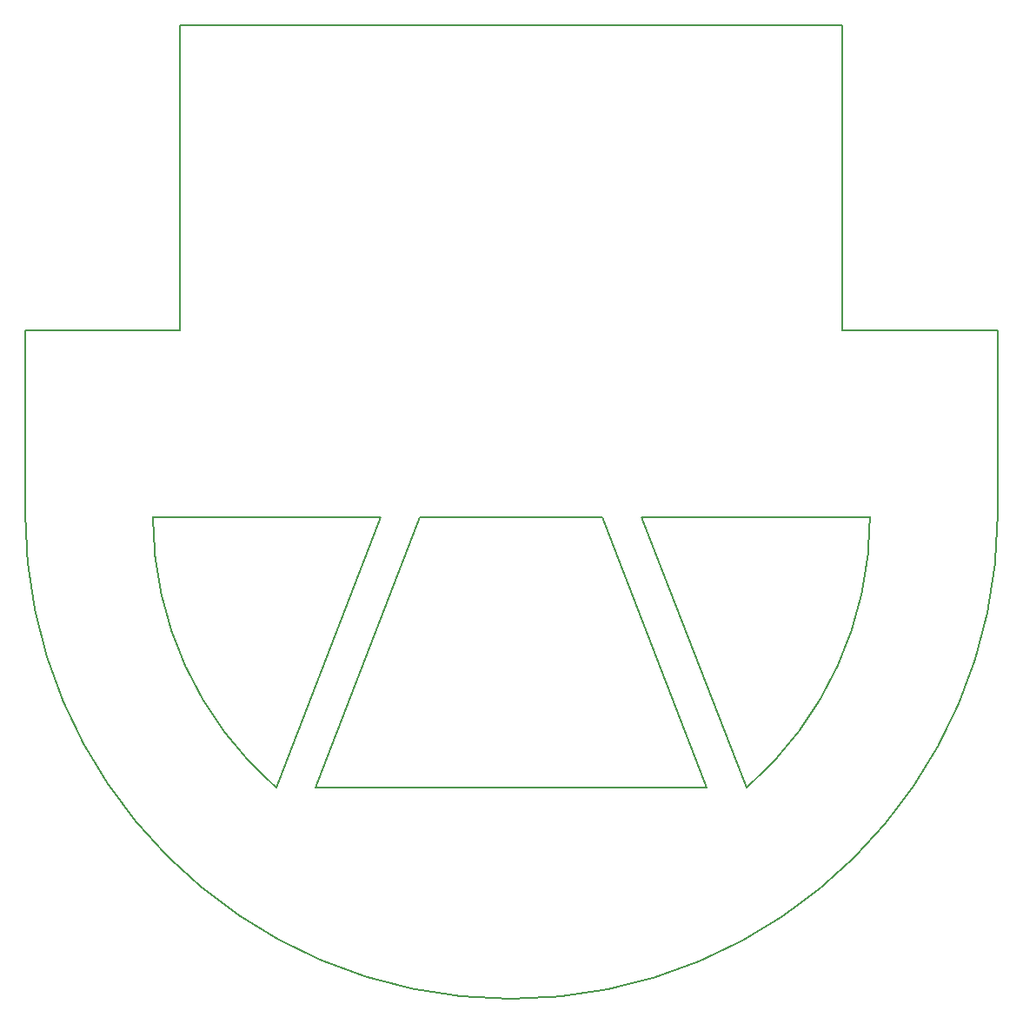
<source format=gbr>
G04 #@! TF.GenerationSoftware,KiCad,Pcbnew,(5.0.0-3-g5ebb6b6)*
G04 #@! TF.CreationDate,2019-09-08T00:47:12-07:00*
G04 #@! TF.ProjectId,mouse,6D6F7573652E6B696361645F70636200,rev?*
G04 #@! TF.SameCoordinates,Original*
G04 #@! TF.FileFunction,Profile,NP*
%FSLAX46Y46*%
G04 Gerber Fmt 4.6, Leading zero omitted, Abs format (unit mm)*
G04 Created by KiCad (PCBNEW (5.0.0-3-g5ebb6b6)) date Sunday, September 08, 2019 at 12:47:12 AM*
%MOMM*%
%LPD*%
G01*
G04 APERTURE LIST*
%ADD10C,0.150000*%
%ADD11C,0.200000*%
G04 APERTURE END LIST*
D10*
X167335200Y-102819200D02*
X149606000Y-102819200D01*
X171196000Y-102819200D02*
X193446400Y-102819200D01*
X177546000Y-129184400D02*
X167335200Y-102819200D01*
X181406800Y-129184400D02*
X171196000Y-102819200D01*
X149606000Y-102819200D02*
X139395200Y-129184400D01*
D11*
X135636000Y-129184400D02*
X145796000Y-102819200D01*
D10*
X177546000Y-129184400D02*
X139395200Y-129184400D01*
D11*
X181417757Y-129156997D02*
G75*
G03X193421000Y-102806500I-22921757J26350497D01*
G01*
X135623035Y-129199360D02*
G75*
G02X123571000Y-102806500I22872965J26392860D01*
G01*
D10*
X145796000Y-102819200D02*
X123571000Y-102806500D01*
X205867000Y-84582000D02*
X190754000Y-84582000D01*
X205867000Y-102616000D02*
X205867000Y-84582000D01*
X190754000Y-54864000D02*
X190754000Y-84582000D01*
X126238000Y-54864000D02*
X190754000Y-54864000D01*
X126238000Y-84582000D02*
X126238000Y-54864000D01*
X111125000Y-84582000D02*
X126238000Y-84582000D01*
X111125000Y-102362000D02*
X111125000Y-84582000D01*
X205866319Y-102615996D02*
G75*
G02X111125000Y-102362000I-47370319J253996D01*
G01*
M02*

</source>
